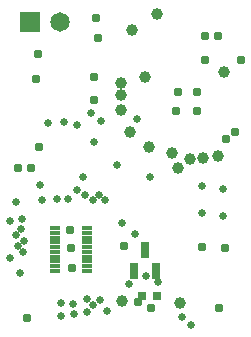
<source format=gbs>
%FSLAX24Y24*%
%MOIN*%
G70*
G01*
G75*
G04 Layer_Color=16711935*
%ADD10R,0.0250X0.0200*%
%ADD11R,0.0200X0.0250*%
%ADD12R,0.0098X0.0217*%
%ADD13O,0.0110X0.0335*%
%ADD14O,0.0335X0.0110*%
%ADD15R,0.2008X0.2008*%
%ADD16R,0.0472X0.0394*%
%ADD17R,0.0472X0.0394*%
%ADD18R,0.0945X0.0295*%
%ADD19R,0.0236X0.0197*%
%ADD20R,0.0157X0.0276*%
%ADD21R,0.0276X0.0157*%
%ADD22R,0.1457X0.1457*%
%ADD23O,0.0335X0.0118*%
%ADD24O,0.0118X0.0335*%
%ADD25R,0.0276X0.0354*%
%ADD26C,0.0100*%
%ADD27C,0.0060*%
%ADD28C,0.0080*%
%ADD29C,0.0200*%
%ADD30C,0.0150*%
%ADD31C,0.0591*%
%ADD32R,0.0591X0.0591*%
%ADD33C,0.0200*%
%ADD34C,0.0250*%
%ADD35C,0.0330*%
%ADD36C,0.0400*%
%ADD37C,0.0300*%
%ADD38R,0.2510X1.1520*%
%ADD39C,0.0590*%
%ADD40C,0.0300*%
%ADD41C,0.0350*%
%ADD42C,0.0400*%
%ADD43R,0.2570X1.1660*%
%ADD44R,0.0236X0.0472*%
%ADD45O,0.0280X0.0091*%
%ADD46R,0.0280X0.0091*%
%ADD47R,0.0310X0.0260*%
%ADD48R,0.0260X0.0310*%
%ADD49R,0.0158X0.0277*%
%ADD50O,0.0170X0.0395*%
%ADD51O,0.0395X0.0170*%
%ADD52R,0.2068X0.2068*%
%ADD53R,0.0532X0.0454*%
%ADD54R,0.0532X0.0454*%
%ADD55R,0.1005X0.0355*%
%ADD56R,0.0296X0.0257*%
%ADD57R,0.0217X0.0336*%
%ADD58R,0.0336X0.0217*%
%ADD59R,0.1517X0.1517*%
%ADD60O,0.0395X0.0178*%
%ADD61O,0.0178X0.0395*%
%ADD62R,0.0336X0.0414*%
%ADD63C,0.0651*%
%ADD64R,0.0651X0.0651*%
%ADD65C,0.0260*%
%ADD66C,0.0310*%
%ADD67C,0.0390*%
%ADD68R,0.0296X0.0532*%
%ADD69O,0.0340X0.0151*%
%ADD70R,0.0340X0.0151*%
D47*
X17000Y11500D02*
D03*
X17500D02*
D03*
D63*
X14270Y20620D02*
D03*
D64*
X13270D02*
D03*
D65*
X14735Y10895D02*
D03*
X15157Y10948D02*
D03*
X14700Y11230D02*
D03*
X15370Y11180D02*
D03*
X16570Y11890D02*
D03*
X17530Y11970D02*
D03*
X14400Y17300D02*
D03*
X13860Y17270D02*
D03*
X18640Y10520D02*
D03*
X18330Y10790D02*
D03*
X13670Y14700D02*
D03*
X19710Y15070D02*
D03*
Y14160D02*
D03*
X18990Y14240D02*
D03*
X19000Y15160D02*
D03*
X17280Y15470D02*
D03*
X16160Y15840D02*
D03*
X15410Y16610D02*
D03*
X14830Y17200D02*
D03*
X15630Y17310D02*
D03*
X15320Y17590D02*
D03*
X12970Y13720D02*
D03*
X13000Y14060D02*
D03*
X12800Y13520D02*
D03*
X13060Y13330D02*
D03*
X13030Y12940D02*
D03*
X12860Y13150D02*
D03*
X14300Y11260D02*
D03*
X14320Y10810D02*
D03*
X15850Y11000D02*
D03*
X17110Y12990D02*
D03*
X16770Y13560D02*
D03*
X13620Y15200D02*
D03*
X12810Y14610D02*
D03*
X12603Y13990D02*
D03*
X12610Y12770D02*
D03*
X12930Y12267D02*
D03*
X17150Y12150D02*
D03*
X16350Y13930D02*
D03*
X15570Y14870D02*
D03*
X15765Y14685D02*
D03*
X16850Y17400D02*
D03*
X14170Y14710D02*
D03*
X15590Y11360D02*
D03*
X15175Y11390D02*
D03*
X15372Y14688D02*
D03*
X15025Y15450D02*
D03*
X15120Y14850D02*
D03*
X14847Y15009D02*
D03*
X14530Y14720D02*
D03*
D66*
X16880Y11280D02*
D03*
X17300Y11080D02*
D03*
X13460Y18730D02*
D03*
X13560Y16440D02*
D03*
X19000Y13120D02*
D03*
X14640Y13080D02*
D03*
X14610Y13680D02*
D03*
X14660Y12420D02*
D03*
X18850Y17650D02*
D03*
X18150D02*
D03*
X18850Y18300D02*
D03*
X18200D02*
D03*
X16400Y13150D02*
D03*
X19100Y20150D02*
D03*
X20300Y19350D02*
D03*
X20100Y16950D02*
D03*
X19570Y11100D02*
D03*
X19760Y13080D02*
D03*
X15410Y18030D02*
D03*
Y18780D02*
D03*
X19100Y19350D02*
D03*
X19550Y20150D02*
D03*
X13320Y15750D02*
D03*
X12870Y15770D02*
D03*
X13180Y10740D02*
D03*
X19800Y16730D02*
D03*
X15460Y20760D02*
D03*
X13540Y19570D02*
D03*
X15530Y20090D02*
D03*
D67*
X18280Y11260D02*
D03*
X17500Y20890D02*
D03*
X16333Y11317D02*
D03*
X16300Y18600D02*
D03*
Y17700D02*
D03*
X16670Y20350D02*
D03*
X19750Y18950D02*
D03*
X17100Y18800D02*
D03*
X17250Y16450D02*
D03*
X18200Y15750D02*
D03*
X19050Y16100D02*
D03*
X19550Y16150D02*
D03*
X16600Y16950D02*
D03*
X18000Y16250D02*
D03*
X18600Y16050D02*
D03*
X16300Y18200D02*
D03*
D68*
X17484Y12316D02*
D03*
X16736D02*
D03*
X17110Y13024D02*
D03*
D69*
X15167Y13747D02*
D03*
Y13590D02*
D03*
Y13432D02*
D03*
Y13275D02*
D03*
Y13117D02*
D03*
Y12960D02*
D03*
Y12802D02*
D03*
Y12645D02*
D03*
Y12487D02*
D03*
Y12330D02*
D03*
X14100Y13747D02*
D03*
Y13590D02*
D03*
Y13432D02*
D03*
Y13275D02*
D03*
Y13117D02*
D03*
Y12960D02*
D03*
Y12802D02*
D03*
Y12645D02*
D03*
Y12487D02*
D03*
D70*
Y12330D02*
D03*
M02*

</source>
